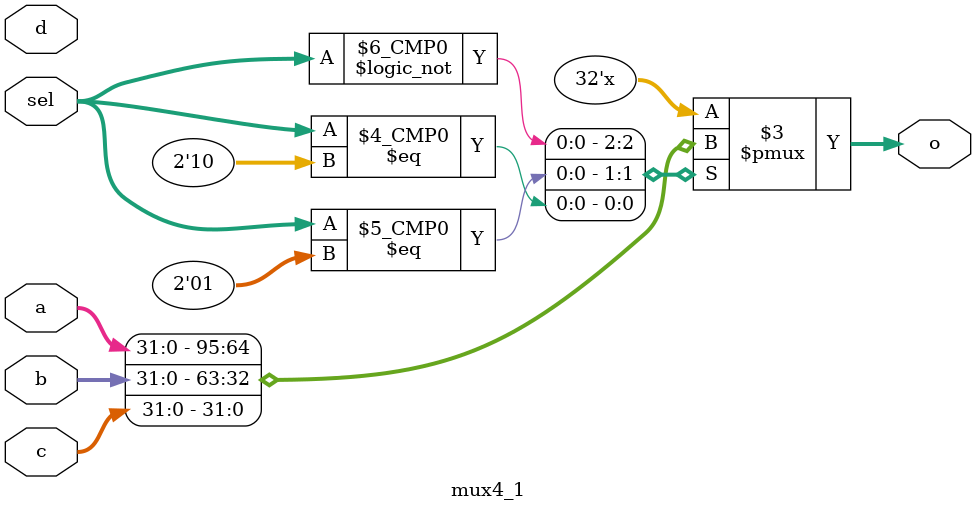
<source format=v>
`timescale 1ns / 1ps

module mux4_1 #(parameter WIDTH = 32) (
    input [WIDTH - 1 : 0] a, b, c, d, 
    input  [1:0]sel, 
    output  reg [WIDTH - 1 : 0] o); // may cause a bug here 
    
    always @(*) begin
        case (sel)
            2'b00: o = a;
            2'b01: o = b;
            2'b10: o = c;
            2'b10: o = d;
        endcase
    end
  
endmodule

</source>
